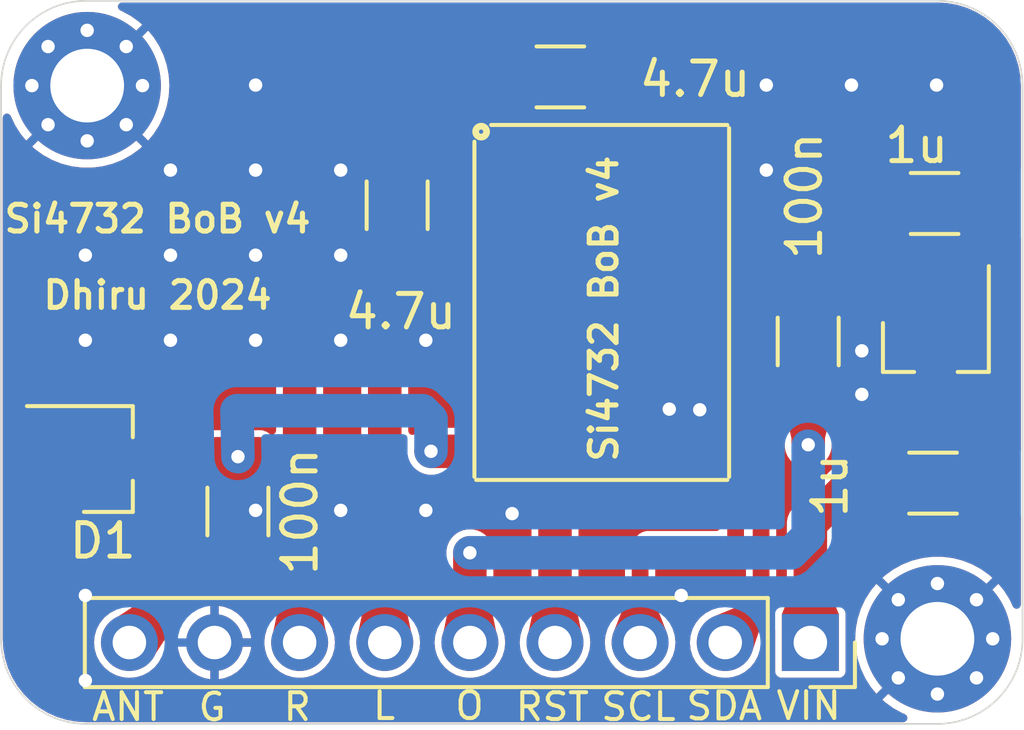
<source format=kicad_pcb>
(kicad_pcb (version 20240108) (generator "pcbnew") (generator_version "8.0")
  (layers (0 "F.Cu" signal) (31 "B.Cu" signal) (34 "B.Paste" user) (35 "F.Paste" user) (36 "B.SilkS" user "B.Silkscreen") (37 "F.SilkS" user "F.Silkscreen") (38 "B.Mask" user) (39 "F.Mask" user) (44 "Edge.Cuts" user))
  (net 0 "")
  (net 1 "+3.3V")
  (net 2 "Net-(U1-RCLK)")
  (net 3 "RX_OSC")
  (net 4 "Net-(JP1-Pin_9)")
  (net 10 "RST")
  (net 11 "SCL")
  (net 12 "SDA")
  (net 13 "LEFT")
  (net 14 "Net-(U1-LOUT{slash}DFS)")
  (net 15 "Net-(U1-ROUT{slash}DOUT)")
  (net 16 "RIGHT")
  (net 17 "GND")
  (net 18 "+5V")
  (net 19 "Net-(D1-COM)")
  (footprint "Capacitor_SMD:C_1206_3216Metric_Pad1.33x1.80mm_HandSolder" (layer "F.Cu") (at 81.026 67.02 -90)
    (property "Reference" "C3" (hide yes))
    (property "Value" "100n" (at -4.35 0.116 90) (layer "F.SilkS"))
    (fp_line (start -0.711252 0.91) (end 0.711252 0.91) (stroke (width 0.12)) (layer "F.SilkS"))
    (fp_line (start -0.711252 -0.91) (end 0.711252 -0.91) (stroke (width 0.12)) (layer "F.SilkS"))
    (pad "1" smd roundrect (at -1.5625 0 270) (size 1.325 1.8) (layers "F.Cu" "F.Paste" "F.Mask") (roundrect_rratio 0.1886792453) (net 2 "Net-(U1-RCLK)"))
    (pad "2" smd roundrect (at 1.5625 0 270) (size 1.325 1.8) (layers "F.Cu" "F.Paste" "F.Mask") (roundrect_rratio 0.1886792453) (net 3 "RX_OSC"))
  )
  (footprint "Capacitor_SMD:C_1206_3216Metric_Pad1.33x1.80mm_HandSolder" (layer "F.Cu") (at 73.63 59.12 180)
    (property "Reference" "C1" (hide yes))
    (property "Value" "4.7u" (at -4.02 -0.07 180) (layer "F.SilkS"))
    (fp_line (start -0.711252 0.91) (end 0.711252 0.91) (stroke (width 0.12)) (layer "F.SilkS"))
    (fp_line (start -0.711252 -0.91) (end 0.711252 -0.91) (stroke (width 0.12)) (layer "F.SilkS"))
    (pad "1" smd roundrect (at -1.5625 0 180) (size 1.325 1.8) (layers "F.Cu" "F.Paste" "F.Mask") (roundrect_rratio 0.1886792453) (net 15 "Net-(U1-ROUT{slash}DOUT)"))
    (pad "2" smd roundrect (at 1.5625 0 180) (size 1.325 1.8) (layers "F.Cu" "F.Paste" "F.Mask") (roundrect_rratio 0.1886792453) (net 16 "RIGHT"))
  )
  (footprint "MountingHole:MountingHole_2.2mm_M2_Pad_Via" (layer "F.Cu") (at 84.8811 75.8986 180)
    (property "Reference" "H2" (hide yes))
    (property "Value" "MountingHole_Pad" (hide yes))
    (pad "1" thru_hole circle (at -1.65 0 180) (size 0.7 0.7) (drill 0.4) (layers "*.Cu" "*.Mask") (net 17 "GND"))
    (pad "1" thru_hole circle (at -1.166726 -1.166726 180) (size 0.7 0.7) (drill 0.4) (layers "*.Cu" "*.Mask") (net 17 "GND"))
    (pad "1" thru_hole circle (at -1.166726 1.166726 180) (size 0.7 0.7) (drill 0.4) (layers "*.Cu" "*.Mask") (net 17 "GND"))
    (pad "1" thru_hole circle (at 0 -1.65 180) (size 0.7 0.7) (drill 0.4) (layers "*.Cu" "*.Mask") (net 17 "GND"))
    (pad "1" thru_hole circle (at 0 0 180) (size 4.4 4.4) (drill 2.2) (layers "*.Cu" "*.Mask") (net 17 "GND"))
    (pad "1" thru_hole circle (at 0 1.65 180) (size 0.7 0.7) (drill 0.4) (layers "*.Cu" "*.Mask") (net 17 "GND"))
    (pad "1" thru_hole circle (at 1.166726 -1.166726 180) (size 0.7 0.7) (drill 0.4) (layers "*.Cu" "*.Mask") (net 17 "GND"))
    (pad "1" thru_hole circle (at 1.166726 1.166726 180) (size 0.7 0.7) (drill 0.4) (layers "*.Cu" "*.Mask") (net 17 "GND"))
    (pad "1" thru_hole circle (at 1.65 0 180) (size 0.7 0.7) (drill 0.4) (layers "*.Cu" "*.Mask") (net 17 "GND"))
  )
  (footprint "Capacitor_SMD:C_1206_3216Metric_Pad1.33x1.80mm_HandSolder" (layer "F.Cu") (at 64.008 72.0975 90)
    (property "Reference" "C13" (hide yes))
    (property "Value" "100n" (at 0 1.85 90) (layer "F.SilkS"))
    (fp_line (start -0.711252 -0.91) (end 0.711252 -0.91) (stroke (width 0.12)) (layer "F.SilkS"))
    (fp_line (start -0.711252 0.91) (end 0.711252 0.91) (stroke (width 0.12)) (layer "F.SilkS"))
    (pad "1" smd roundrect (at -1.5625 0 90) (size 1.325 1.8) (layers "F.Cu" "F.Paste" "F.Mask") (roundrect_rratio 0.1886792453) (net 4 "Net-(JP1-Pin_9)"))
    (pad "2" smd roundrect (at 1.5625 0 90) (size 1.325 1.8) (layers "F.Cu" "F.Paste" "F.Mask") (roundrect_rratio 0.1886792453) (net 19 "Net-(D1-COM)"))
  )
  (footprint "MountingHole:MountingHole_2.2mm_M2_Pad_Via" (layer "F.Cu") (at 59.51 59.38 180)
    (property "Reference" "H1" (hide yes))
    (property "Value" "MountingHole_Pad" (hide yes))
    (pad "1" thru_hole circle (at -1.65 0 180) (size 0.7 0.7) (drill 0.4) (layers "*.Cu" "*.Mask") (net 17 "GND"))
    (pad "1" thru_hole circle (at -1.166726 -1.166726 180) (size 0.7 0.7) (drill 0.4) (layers "*.Cu" "*.Mask") (net 17 "GND"))
    (pad "1" thru_hole circle (at -1.166726 1.166726 180) (size 0.7 0.7) (drill 0.4) (layers "*.Cu" "*.Mask") (net 17 "GND"))
    (pad "1" thru_hole circle (at 0 -1.65 180) (size 0.7 0.7) (drill 0.4) (layers "*.Cu" "*.Mask") (net 17 "GND"))
    (pad "1" thru_hole circle (at 0 0 180) (size 4.4 4.4) (drill 2.2) (layers "*.Cu" "*.Mask") (net 17 "GND"))
    (pad "1" thru_hole circle (at 0 1.65 180) (size 0.7 0.7) (drill 0.4) (layers "*.Cu" "*.Mask") (net 17 "GND"))
    (pad "1" thru_hole circle (at 1.166726 -1.166726 180) (size 0.7 0.7) (drill 0.4) (layers "*.Cu" "*.Mask") (net 17 "GND"))
    (pad "1" thru_hole circle (at 1.166726 1.166726 180) (size 0.7 0.7) (drill 0.4) (layers "*.Cu" "*.Mask") (net 17 "GND"))
    (pad "1" thru_hole circle (at 1.65 0 180) (size 0.7 0.7) (drill 0.4) (layers "*.Cu" "*.Mask") (net 17 "GND"))
  )
  (footprint "Capacitor_SMD:C_1206_3216Metric_Pad1.33x1.80mm_HandSolder" (layer "F.Cu") (at 84.7975 62.9)
    (property "Reference" "C4" (hide yes))
    (property "Value" "1u" (at -0.5375 -1.736 0) (layer "F.SilkS"))
    (fp_line (start -0.711252 -0.91) (end 0.711252 -0.91) (stroke (width 0.12)) (layer "F.SilkS"))
    (fp_line (start -0.711252 0.91) (end 0.711252 0.91) (stroke (width 0.12)) (layer "F.SilkS"))
    (pad "1" smd roundrect (at -1.5625 0) (size 1.325 1.8) (layers "F.Cu" "F.Paste" "F.Mask") (roundrect_rratio 0.1886792453) (net 1 "+3.3V"))
    (pad "2" smd roundrect (at 1.5625 0) (size 1.325 1.8) (layers "F.Cu" "F.Paste" "F.Mask") (roundrect_rratio 0.1886792453) (net 17 "GND"))
  )
  (footprint "Package_TO_SOT_SMD:SOT-23_Handsoldering" (layer "F.Cu") (at 84.836 67.17 -90)
    (property "Reference" "U2" (hide yes))
    (property "Value" "XC6206P332MR (662K)" (hide yes))
    (fp_line (start 0.76 1.58) (end -0.7 1.58) (stroke (width 0.12)) (layer "F.SilkS"))
    (fp_line (start 0.76 1.58) (end 0.76 0.65) (stroke (width 0.12)) (layer "F.SilkS"))
    (fp_line (start 0.76 -1.58) (end 0.76 -0.65) (stroke (width 0.12)) (layer "F.SilkS"))
    (fp_line (start 0.76 -1.58) (end -2.4 -1.58) (stroke (width 0.12)) (layer "F.SilkS"))
    (pad "1" smd rect (at -1.5 -0.95 270) (size 1.9 0.8) (layers "F.Cu" "F.Paste" "F.Mask") (net 17 "GND"))
    (pad "2" smd rect (at -1.5 0.95 270) (size 1.9 0.8) (layers "F.Cu" "F.Paste" "F.Mask") (net 1 "+3.3V"))
    (pad "3" smd rect (at 1.5 0 270) (size 1.9 0.8) (layers "F.Cu" "F.Paste" "F.Mask") (net 18 "+5V"))
  )
  (footprint "footprints:PinSocket_1x09_P2.54mm_Vertical_Custom" (layer "F.Cu") (at 81.09 76.01 -90)
    (property "Reference" "JP1" (hide yes))
    (property "Value" "Pin Header" (hide yes))
    (fp_line (start -1.33 21.65) (end 1.33 21.65) (stroke (width 0.12)) (layer "F.SilkS"))
    (fp_line (start -1.33 1.27) (end -1.33 21.65) (stroke (width 0.12)) (layer "F.SilkS"))
    (fp_line (start -1.33 1.27) (end 1.33 1.27) (stroke (width 0.12)) (layer "F.SilkS"))
    (fp_line (start 1.33 1.27) (end 1.33 21.65) (stroke (width 0.12)) (layer "F.SilkS"))
    (fp_line (start 0 -1.33) (end 1.33 -1.33) (stroke (width 0.12)) (layer "F.SilkS"))
    (fp_line (start 1.33 -1.33) (end 1.33 0) (stroke (width 0.12)) (layer "F.SilkS"))
    (pad "1" thru_hole rect (at 0 0 270) (size 1.7 1.7) (drill 1) (layers "*.Cu" "*.Mask") (net 18 "+5V"))
    (pad "2" thru_hole oval (at 0 2.54 270) (size 1.7 1.7) (drill 1) (layers "*.Cu" "*.Mask") (net 12 "SDA"))
    (pad "3" thru_hole oval (at 0 5.08 270) (size 1.7 1.7) (drill 1) (layers "*.Cu" "*.Mask") (net 11 "SCL"))
    (pad "4" thru_hole oval (at 0 7.62 270) (size 1.7 1.7) (drill 1) (layers "*.Cu" "*.Mask") (net 10 "RST"))
    (pad "5" thru_hole oval (at 0 10.16 270) (size 1.7 1.7) (drill 1) (layers "*.Cu" "*.Mask") (net 3 "RX_OSC"))
    (pad "6" thru_hole oval (at 0 12.7 270) (size 1.7 1.7) (drill 1) (layers "*.Cu" "*.Mask") (net 13 "LEFT"))
    (pad "7" thru_hole oval (at 0 15.24 270) (size 1.7 1.7) (drill 1) (layers "*.Cu" "*.Mask") (net 16 "RIGHT"))
    (pad "8" thru_hole oval (at 0 17.78 270) (size 1.7 1.7) (drill 1) (layers "*.Cu" "*.Mask") (net 17 "GND"))
    (pad "9" thru_hole oval (at 0 20.32 270) (size 1.7 1.7) (drill 1) (layers "*.Cu" "*.Mask") (net 4 "Net-(JP1-Pin_9)"))
  )
  (footprint "Package_TO_SOT_SMD:SOT-23_Handsoldering" (layer "F.Cu") (at 60.1125 70.53)
    (property "Reference" "D1" (at -0.1375 2.445 0) (layer "F.SilkS"))
    (property "Value" "BAT54S" (hide yes))
    (fp_line (start 0.76 -1.58) (end -2.4 -1.58) (stroke (width 0.12)) (layer "F.SilkS"))
    (fp_line (start 0.76 -1.58) (end 0.76 -0.65) (stroke (width 0.12)) (layer "F.SilkS"))
    (fp_line (start 0.76 1.58) (end -0.7 1.58) (stroke (width 0.12)) (layer "F.SilkS"))
    (fp_line (start 0.76 1.58) (end 0.76 0.65) (stroke (width 0.12)) (layer "F.SilkS"))
    (pad "1" smd rect (at -1.5 -0.95) (size 1.9 0.8) (layers "F.Cu" "F.Paste" "F.Mask") (net 17 "GND"))
    (pad "2" smd rect (at -1.5 0.95) (size 1.9 0.8) (layers "F.Cu" "F.Paste" "F.Mask") (net 17 "GND"))
    (pad "3" smd rect (at 1.5 0) (size 1.9 0.8) (layers "F.Cu" "F.Paste" "F.Mask") (net 19 "Net-(D1-COM)"))
  )
  (footprint "Capacitor_SMD:C_1206_3216Metric_Pad1.33x1.80mm_HandSolder" (layer "F.Cu") (at 84.75 71.25)
    (property "Reference" "C5" (hide yes))
    (property "Value" "1u" (at -3.076 0.074 90) (layer "F.SilkS"))
    (fp_line (start -0.711252 -0.91) (end 0.711252 -0.91) (stroke (width 0.12)) (layer "F.SilkS"))
    (fp_line (start -0.711252 0.91) (end 0.711252 0.91) (stroke (width 0.12)) (layer "F.SilkS"))
    (pad "1" smd roundrect (at -1.5625 0) (size 1.325 1.8) (layers "F.Cu" "F.Paste" "F.Mask") (roundrect_rratio 0.1886792453) (net 18 "+5V"))
    (pad "2" smd roundrect (at 1.5625 0) (size 1.325 1.8) (layers "F.Cu" "F.Paste" "F.Mask") (roundrect_rratio 0.1886792453) (net 17 "GND"))
  )
  (footprint "Capacitor_SMD:C_1206_3216Metric_Pad1.33x1.80mm_HandSolder" (layer "F.Cu") (at 68.76 62.9525 90)
    (property "Reference" "C2" (hide yes))
    (property "Value" "4.7u" (at -3.1775 0.11 180) (layer "F.SilkS"))
    (fp_line (start -0.711252 -0.91) (end 0.711252 -0.91) (stroke (width 0.12)) (layer "F.SilkS"))
    (fp_line (start -0.711252 0.91) (end 0.711252 0.91) (stroke (width 0.12)) (layer "F.SilkS"))
    (pad "1" smd roundrect (at -1.5625 0 90) (size 1.325 1.8) (layers "F.Cu" "F.Paste" "F.Mask") (roundrect_rratio 0.1886792453) (net 13 "LEFT"))
    (pad "2" smd roundrect (at 1.5625 0 90) (size 1.325 1.8) (layers "F.Cu" "F.Paste" "F.Mask") (roundrect_rratio 0.1886792453) (net 14 "Net-(U1-LOUT{slash}DFS)"))
  )
  (footprint "PCM_Package_SO_AKL:SOIC-16_3.9x9.9mm_P1.27mm" (layer "F.Cu") (at 74.8657 65.855)
    (property "Reference" "U1" (hide yes))
    (property "Value" "SI4732-A10-GS" (hide yes))
    (fp_line (start -3.8 -4.8) (end -3.8 5.207) (stroke (width 0.12)) (layer "F.SilkS"))
    (fp_line (start -3.7465 5.3) (end 3.7465 5.3) (stroke (width 0.12)) (layer "F.SilkS"))
    (fp_line (start 3.7465 -5.3) (end -3.3 -5.3) (stroke (width 0.12)) (layer "F.SilkS"))
    (fp_line (start 3.8 5.207) (end 3.8 -5.207) (stroke (width 0.12)) (layer "F.SilkS"))
    (fp_circle (center -3.6 -5.1) (end -3.5365 -5.1) (stroke (width 0.2)) (fill none) (layer "F.SilkS"))
    (pad "1" smd roundrect (at -2.475 -4.445) (size 1.95 0.6) (layers "F.Cu" "F.Paste" "F.Mask") (net 14 "Net-(U1-LOUT{slash}DFS)"))
    (pad "2" smd roundrect (at -2.475 -3.175) (size 1.95 0.6) (layers "F.Cu" "F.Paste" "F.Mask"))
    (pad "3" smd roundrect (at -2.475 -1.905) (size 1.95 0.6) (layers "F.Cu" "F.Paste" "F.Mask"))
    (pad "4" smd roundrect (at -2.475 -0.635) (size 1.95 0.6) (layers "F.Cu" "F.Paste" "F.Mask"))
    (pad "5" smd roundrect (at -2.475 0.635) (size 1.95 0.6) (layers "F.Cu" "F.Paste" "F.Mask"))
    (pad "6" smd roundrect (at -2.475 1.905) (size 1.95 0.6) (layers "F.Cu" "F.Paste" "F.Mask"))
    (pad "7" smd roundrect (at -2.475 3.175) (size 1.95 0.6) (layers "F.Cu" "F.Paste" "F.Mask") (net 17 "GND"))
    (pad "8" smd roundrect (at -2.475 4.445) (size 1.95 0.6) (layers "F.Cu" "F.Paste" "F.Mask") (net 19 "Net-(D1-COM)"))
    (pad "9" smd roundrect (at 2.475 4.445) (size 1.95 0.6) (layers "F.Cu" "F.Paste" "F.Mask") (net 10 "RST"))
    (pad "10" smd roundrect (at 2.475 3.175) (size 1.95 0.6) (layers "F.Cu" "F.Paste" "F.Mask") (net 17 "GND"))
    (pad "11" smd roundrect (at 2.475 1.905) (size 1.95 0.6) (layers "F.Cu" "F.Paste" "F.Mask") (net 11 "SCL"))
    (pad "12" smd roundrect (at 2.475 0.635) (size 1.95 0.6) (layers "F.Cu" "F.Paste" "F.Mask") (net 12 "SDA"))
    (pad "13" smd roundrect (at 2.475 -0.635) (size 1.95 0.6) (layers "F.Cu" "F.Paste" "F.Mask") (net 2 "Net-(U1-RCLK)"))
    (pad "14" smd roundrect (at 2.475 -1.905) (size 1.95 0.6) (layers "F.Cu" "F.Paste" "F.Mask") (net 1 "+3.3V"))
    (pad "15" smd roundrect (at 2.475 -3.175) (size 1.95 0.6) (layers "F.Cu" "F.Paste" "F.Mask") (net 17 "GND"))
    (pad "16" smd roundrect (at 2.475 -4.445) (size 1.95 0.6) (layers "F.Cu" "F.Paste" "F.Mask") (net 15 "Net-(U1-ROUT{slash}DOUT)"))
  )
  (gr_arc (start 84.8811 56.8486) (mid 86.677151 57.592549) (end 87.4211 59.3886) (stroke (width 0.05)) (layer "Edge.Cuts"))
  (gr_line (start 56.9411 75.8986) (end 56.9411 59.3886) (stroke (width 0.05)) (layer "Edge.Cuts"))
  (gr_line (start 84.8811 78.4386) (end 59.4811 78.4386) (stroke (width 0.05)) (layer "Edge.Cuts"))
  (gr_arc (start 59.4811 78.4386) (mid 57.685049 77.694651) (end 56.9411 75.8986) (stroke (width 0.05)) (layer "Edge.Cuts"))
  (gr_line (start 87.4211 59.3886) (end 87.4211 75.8986) (stroke (width 0.05)) (layer "Edge.Cuts"))
  (gr_arc (start 56.9411 59.3886) (mid 57.685049 57.592549) (end 59.4811 56.8486) (stroke (width 0.05)) (layer "Edge.Cuts"))
  (gr_line (start 59.4811 56.8486) (end 84.8811 56.8486) (stroke (width 0.05)) (layer "Edge.Cuts"))
  (gr_arc (start 87.4211 75.8986) (mid 86.677151 77.694651) (end 84.8811 78.4386) (stroke (width 0.05)) (layer "Edge.Cuts"))
  (gr_text "SDA\n" (at 78.52 77.91 0) (layer "F.SilkS") (effects (font (size 0.8 0.8) (thickness 0.12))))
  (gr_text "Si4732 BoB v4" (at 74.93 66.04 90) (layer "F.SilkS") (effects (font (size 0.8 0.8) (thickness 0.1524))))
  (gr_text "L" (at 68.37 77.9 0) (layer "F.SilkS") (effects (font (size 0.8 0.8) (thickness 0.12))))
  (gr_text "G" (at 63.24 77.94 0) (layer "F.SilkS") (effects (font (size 0.8 0.8) (thickness 0.12))))
  (gr_text "RST" (at 73.39 77.93 0) (layer "F.SilkS") (effects (font (size 0.8 0.8) (thickness 0.12))))
  (gr_text "R\n" (at 65.78 77.93 0) (layer "F.SilkS") (effects (font (size 0.8 0.8) (thickness 0.12))))
  (gr_text "ANT" (at 60.73 77.93 0) (layer "F.SilkS") (effects (font (size 0.8 0.8) (thickness 0.12))))
  (gr_text "O" (at 70.92 77.9 0) (layer "F.SilkS") (effects (font (size 0.8 0.8) (thickness 0.12))))
  (gr_text "SCL" (at 75.96 77.93 0) (layer "F.SilkS") (effects (font (size 0.8 0.8) (thickness 0.12))))
  (gr_text "Si4732 BoB v4" (at 61.61 63.36 0) (layer "F.SilkS") (effects (font (size 0.8 0.8) (thickness 0.1524))))
  (gr_text "Dhiru 2024" (at 61.61 65.64 0) (layer "F.SilkS") (effects (font (size 0.8 0.8) (thickness 0.1524))))
  (gr_text "VIN" (at 81.04 77.9 0) (layer "F.SilkS") (effects (font (size 0.8 0.8) (thickness 0.12))))
  (segment (start 77.3407 63.95) (end 83.13 63.95) (width 0.5) (layer "F.Cu") (net 1))
  (segment (start 83.336 65.12) (end 83.886 65.67) (width 1) (layer "F.Cu") (net 1))
  (segment (start 83.235 65.019) (end 83.336 65.12) (width 1) (layer "F.Cu") (net 1))
  (segment (start 83.235 62.9) (end 83.235 65.019) (width 1) (layer "F.Cu") (net 1))
  (segment (start 77.3407 65.22) (end 81.1025 65.22) (width 0.5) (layer "F.Cu") (net 2))
  (segment (start 81.026 70.104) (end 81.026 68.5825) (width 1) (layer "F.Cu") (net 3))
  (segment (start 70.93 76.01) (end 70.93 73.33) (width 1) (layer "F.Cu") (net 3))
  (via (at 81.026 70.104) (size 0.8) (drill 0.4) (layers "F.Cu" "B.Cu") (net 3))
  (via (at 70.93 73.33) (size 0.8) (drill 0.4) (layers "F.Cu" "B.Cu") (net 3))
  (segment (start 70.93 73.33) (end 80.518 73.33) (width 1) (layer "B.Cu") (net 3))
  (segment (start 81.026 72.822) (end 80.518 73.33) (width 1) (layer "B.Cu") (net 3))
  (segment (start 81.026 72.39) (end 81.026 70.148) (width 1) (layer "B.Cu") (net 3))
  (segment (start 81.026 72.39) (end 81.026 72.822) (width 1) (layer "B.Cu") (net 3))
  (segment (start 60.77 76.01) (end 63.12 73.66) (width 1) (layer "F.Cu") (net 4))
  (segment (start 63.12 73.66) (end 64.008 73.66) (width 1) (layer "F.Cu") (net 4))
  (segment (start 77.3407 71.3893) (end 77.3407 70.64) (width 1) (layer "F.Cu") (net 10))
  (segment (start 77.3407 71.2593) (end 77.27 71.33) (width 0.25) (layer "F.Cu") (net 10))
  (segment (start 73.47 76.01) (end 73.47 71.74) (width 1) (layer "F.Cu") (net 10))
  (segment (start 73.47 71.74) (end 73.63 71.58) (width 1) (layer "F.Cu") (net 10))
  (segment (start 77.15 71.58) (end 77.3407 71.3893) (width 1) (layer "F.Cu") (net 10))
  (segment (start 73.63 71.58) (end 77.15 71.58) (width 1) (layer "F.Cu") (net 10))
  (segment (start 77.3407 70.64) (end 77.3407 71.2593) (width 0.25) (layer "F.Cu") (net 10))
  (segment (start 77.3407 70.3) (end 77.3407 70.64) (width 0.25) (layer "F.Cu") (net 10))
  (segment (start 76.01 76.01) (end 76.01 73.38) (width 0.5) (layer "F.Cu") (net 11))
  (segment (start 78.56 67.76) (end 77.3407 67.76) (width 0.5) (layer "F.Cu") (net 11))
  (segment (start 76.26 73.13) (end 78.86 73.13) (width 0.5) (layer "F.Cu") (net 11))
  (segment (start 78.86 68.06) (end 78.56 67.76) (width 0.5) (layer "F.Cu") (net 11))
  (segment (start 76.01 73.38) (end 76.26 73.13) (width 0.5) (layer "F.Cu") (net 11))
  (segment (start 78.86 73.13) (end 78.86 68.06) (width 0.5) (layer "F.Cu") (net 11))
  (segment (start 79.06 66.49) (end 79.15 66.58) (width 0.25) (layer "F.Cu") (net 12))
  (segment (start 79.62 66.69) (end 79.62 74.94) (width 0.5) (layer "F.Cu") (net 12))
  (segment (start 79.42 66.49) (end 79.62 66.69) (width 0.5) (layer "F.Cu") (net 12))
  (segment (start 77.3407 66.49) (end 79.42 66.49) (width 0.5) (layer "F.Cu") (net 12))
  (segment (start 77.52 66.49) (end 79.06 66.49) (width 0.25) (layer "F.Cu") (net 12))
  (segment (start 79.62 74.94) (end 78.55 76.01) (width 0.5) (layer "F.Cu") (net 12))
  (segment (start 68.39 76.01) (end 68.39 64.885) (width 1) (layer "F.Cu") (net 13))
  (segment (start 68.39 64.885) (end 68.76 64.515) (width 1) (layer "F.Cu") (net 13))
  (segment (start 72.3707 61.39) (end 72.3907 61.41) (width 1) (layer "F.Cu") (net 14))
  (segment (start 68.76 61.39) (end 72.3707 61.39) (width 1) (layer "F.Cu") (net 14))
  (segment (start 77.22 59.12) (end 77.42 59.32) (width 1) (layer "F.Cu") (net 15))
  (segment (start 77.42 59.32) (end 77.42 61.3307) (width 1) (layer "F.Cu") (net 15))
  (segment (start 75.1925 59.12) (end 77.22 59.12) (width 1) (layer "F.Cu") (net 15))
  (segment (start 77.42 61.3307) (end 77.3407 61.41) (width 1) (layer "F.Cu") (net 15))
  (segment (start 72.0675 59.12) (end 65.92 59.12) (width 1) (layer "F.Cu") (net 16))
  (segment (start 65.85 59.19) (end 65.85 76.01) (width 1) (layer "F.Cu") (net 16))
  (segment (start 65.92 59.12) (end 65.85 59.19) (width 1) (layer "F.Cu") (net 16))
  (via (at 77.79 69.06) (size 0.8) (drill 0.4) (layers "F.Cu" "B.Cu") (net 17))
  (via (at 64.5361 72.0636) (size 0.8) (drill 0.4) (layers "F.Cu" "B.Cu") (net 17))
  (via (at 67.0761 64.4436) (size 0.8) (drill 0.4) (layers "F.Cu" "B.Cu") (net 17))
  (via (at 59.4561 64.4436) (size 0.8) (drill 0.4) (layers "F.Cu" "B.Cu") (net 17))
  (via (at 67.0761 61.9036) (size 0.8) (drill 0.4) (layers "F.Cu" "B.Cu") (net 17))
  (via (at 59.4561 77.1436) (size 0.8) (drill 0.4) (layers "F.Cu" "B.Cu") (net 17))
  (via (at 61.9961 66.9836) (size 0.8) (drill 0.4) (layers "F.Cu" "B.Cu") (net 17))
  (via (at 59.4561 66.9836) (size 0.8) (drill 0.4) (layers "F.Cu" "B.Cu") (net 17))
  (via (at 64.5361 64.4436) (size 0.8) (drill 0.4) (layers "F.Cu" "B.Cu") (net 17))
  (via (at 79.7761 59.3636) (size 0.8) (drill 0.4) (layers "F.Cu" "B.Cu") (net 17))
  (via (at 79.7761 61.9036) (size 0.8) (drill 0.4) (layers "F.Cu" "B.Cu") (net 17))
  (via (at 64.5361 66.9836) (size 0.8) (drill 0.4) (layers "F.Cu" "B.Cu") (net 17))
  (via (at 64.5361 61.9036) (size 0.8) (drill 0.4) (layers "F.Cu" "B.Cu") (net 17))
  (via (at 82.625 68.6) (size 0.8) (drill 0.4) (layers "F.Cu" "B.Cu") (net 17))
  (via (at 77.2361 74.6036) (size 0.8) (drill 0.4) (layers "F.Cu" "B.Cu") (net 17))
  (via (at 61.9961 61.9036) (size 0.8) (drill 0.4) (layers "F.Cu" "B.Cu") (net 17))
  (via (at 72.19 72.16) (size 0.8) (drill 0.4) (layers "F.Cu" "B.Cu") (net 17))
  (via (at 67.0761 72.0636) (size 0.8) (drill 0.4) (layers "F.Cu" "B.Cu") (net 17))
  (via (at 61.9961 64.4436) (size 0.8) (drill 0.4) (layers "F.Cu" "B.Cu") (net 17))
  (via (at 69.6161 66.9836) (size 0.8) (drill 0.4) (layers "F.Cu" "B.Cu") (net 17))
  (via (at 82.625 67.3) (size 0.8) (drill 0.4) (layers "F.Cu" "B.Cu") (net 17))
  (via (at 67.0761 66.9836) (size 0.8) (drill 0.4) (layers "F.Cu" "B.Cu") (net 17))
  (via (at 69.6161 72.0636) (size 0.8) (drill 0.4) (layers "F.Cu" "B.Cu") (net 17))
  (via (at 64.5361 59.3636) (size 0.8) (drill 0.4) (layers "F.Cu" "B.Cu") (net 17))
  (via (at 82.3161 59.3636) (size 0.8) (drill 0.4) (layers "F.Cu" "B.Cu") (net 17))
  (via (at 76.88 69.04) (size 0.8) (drill 0.4) (layers "F.Cu" "B.Cu") (net 17))
  (via (at 59.4561 74.6036) (size 0.8) (drill 0.4) (layers "F.Cu" "B.Cu") (net 17))
  (via (at 84.8561 59.3636) (size 0.8) (drill 0.4) (layers "F.Cu" "B.Cu") (net 17))
  (segment (start 81.09 72.47) (end 82.31 71.25) (width 1) (layer "F.Cu") (net 18))
  (segment (start 81.09 76.01) (end 81.09 72.47) (width 1) (layer "F.Cu") (net 18))
  (segment (start 81.09 72.47) (end 84.836 68.724) (width 1) (layer "F.Cu") (net 18))
  (segment (start 82.31 71.25) (end 83.1875 71.25) (width 1) (layer "F.Cu") (net 18))
  (segment (start 64.008 70.535) (end 61.055 70.535) (width 1) (layer "F.Cu") (net 19))
  (segment (start 72.3907 70.3) (end 69.77 70.3) (width 1) (layer "F.Cu") (net 19))
  (via (at 64.01 70.46) (size 0.8) (drill 0.4) (layers "F.Cu" "B.Cu") (net 19))
  (via (at 69.77 70.3) (size 0.8) (drill 0.4) (layers "F.Cu" "B.Cu") (net 19))
  (segment (start 69.77 69.34) (end 69.77 70.3) (width 1) (layer "B.Cu") (net 19))
  (segment (start 63.98 69.088) (end 64.01 70.46) (width 1) (layer "B.Cu") (net 19))
  (segment (start 69.518 69.088) (end 69.77 69.34) (width 1) (layer "B.Cu") (net 19))
  (segment (start 63.98 69.088) (end 69.518 69.088) (width 1) (layer "B.Cu") (net 19))
  (zone (net 17) (net_name "GND") (layer "F.Cu") (connect_pads (clearance 0.2)) (min_thickness 0.25) (fill yes (thermal_gap 0.25) (thermal_bridge_width 0.25) (smoothing chamfer) (radius 0.05) (island_removal_mode 2) (island_area_min 10))
    (polygon (pts (xy 56.95 56.86) (xy 56.97 78.42) (xy 87.48 78.41) (xy 87.46 56.85)))
  )
  (zone (net 17) (net_name "GND") (layer "B.Cu") (priority 2) (connect_pads (clearance 0.2)) (min_thickness 0.25) (fill yes (thermal_gap 0.25) (thermal_bridge_width 0.25) (smoothing chamfer) (radius 0.05) (island_removal_mode 2) (island_area_min 10))
    (polygon (pts (xy 56.95 56.88) (xy 56.96 78.43) (xy 87.46 78.42) (xy 87.45 56.87)))
  )
)
</source>
